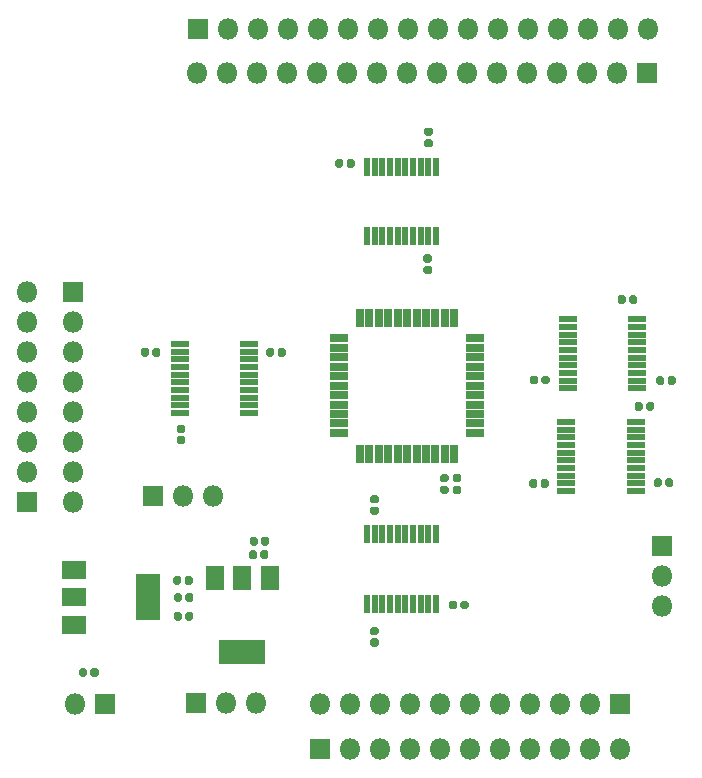
<source format=gbr>
%TF.GenerationSoftware,KiCad,Pcbnew,(5.1.6)-1*%
%TF.CreationDate,2020-09-22T22:19:13+03:00*%
%TF.ProjectId,Z80_devboard,5a38305f-6465-4766-926f-6172642e6b69,rev?*%
%TF.SameCoordinates,Original*%
%TF.FileFunction,Soldermask,Top*%
%TF.FilePolarity,Negative*%
%FSLAX46Y46*%
G04 Gerber Fmt 4.6, Leading zero omitted, Abs format (unit mm)*
G04 Created by KiCad (PCBNEW (5.1.6)-1) date 2020-09-22 22:19:13*
%MOMM*%
%LPD*%
G01*
G04 APERTURE LIST*
%ADD10O,1.800000X1.800000*%
%ADD11R,1.800000X1.800000*%
%ADD12R,1.600000X2.100000*%
%ADD13R,3.900000X2.100000*%
%ADD14R,2.100000X1.600000*%
%ADD15R,2.100000X3.900000*%
%ADD16R,1.575000X0.550000*%
%ADD17R,0.550000X1.575000*%
%ADD18R,0.700000X1.600000*%
%ADD19R,1.600000X0.700000*%
G04 APERTURE END LIST*
D10*
%TO.C,J10*%
X128460500Y-115811300D03*
X125920500Y-115811300D03*
X123380500Y-115811300D03*
X120840500Y-115811300D03*
X118300500Y-115811300D03*
X115760500Y-115811300D03*
X113220500Y-115811300D03*
X110680500Y-115811300D03*
X108140500Y-115811300D03*
X105600500Y-115811300D03*
D11*
X103060500Y-115811300D03*
%TD*%
D10*
%TO.C,J9*%
X130822700Y-54889400D03*
X128282700Y-54889400D03*
X125742700Y-54889400D03*
X123202700Y-54889400D03*
X120662700Y-54889400D03*
X118122700Y-54889400D03*
X115582700Y-54889400D03*
X113042700Y-54889400D03*
X110502700Y-54889400D03*
X107962700Y-54889400D03*
X105422700Y-54889400D03*
X102882700Y-54889400D03*
X100342700Y-54889400D03*
X97802700Y-54889400D03*
X95262700Y-54889400D03*
D11*
X92722700Y-54889400D03*
%TD*%
D10*
%TO.C,J8*%
X78308200Y-77127100D03*
X78308200Y-79667100D03*
X78308200Y-82207100D03*
X78308200Y-84747100D03*
X78308200Y-87287100D03*
X78308200Y-89827100D03*
X78308200Y-92367100D03*
D11*
X78308200Y-94907100D03*
%TD*%
%TO.C,R7*%
G36*
G01*
X128965800Y-77577300D02*
X128965800Y-77972300D01*
G75*
G02*
X128793300Y-78144800I-172500J0D01*
G01*
X128448300Y-78144800D01*
G75*
G02*
X128275800Y-77972300I0J172500D01*
G01*
X128275800Y-77577300D01*
G75*
G02*
X128448300Y-77404800I172500J0D01*
G01*
X128793300Y-77404800D01*
G75*
G02*
X128965800Y-77577300I0J-172500D01*
G01*
G37*
G36*
G01*
X129935800Y-77577300D02*
X129935800Y-77972300D01*
G75*
G02*
X129763300Y-78144800I-172500J0D01*
G01*
X129418300Y-78144800D01*
G75*
G02*
X129245800Y-77972300I0J172500D01*
G01*
X129245800Y-77577300D01*
G75*
G02*
X129418300Y-77404800I172500J0D01*
G01*
X129763300Y-77404800D01*
G75*
G02*
X129935800Y-77577300I0J-172500D01*
G01*
G37*
%TD*%
%TO.C,R6*%
G36*
G01*
X130696000Y-87014700D02*
X130696000Y-86619700D01*
G75*
G02*
X130868500Y-86447200I172500J0D01*
G01*
X131213500Y-86447200D01*
G75*
G02*
X131386000Y-86619700I0J-172500D01*
G01*
X131386000Y-87014700D01*
G75*
G02*
X131213500Y-87187200I-172500J0D01*
G01*
X130868500Y-87187200D01*
G75*
G02*
X130696000Y-87014700I0J172500D01*
G01*
G37*
G36*
G01*
X129726000Y-87014700D02*
X129726000Y-86619700D01*
G75*
G02*
X129898500Y-86447200I172500J0D01*
G01*
X130243500Y-86447200D01*
G75*
G02*
X130416000Y-86619700I0J-172500D01*
G01*
X130416000Y-87014700D01*
G75*
G02*
X130243500Y-87187200I-172500J0D01*
G01*
X129898500Y-87187200D01*
G75*
G02*
X129726000Y-87014700I0J172500D01*
G01*
G37*
%TD*%
%TO.C,R5*%
G36*
G01*
X105056500Y-66033000D02*
X105056500Y-66428000D01*
G75*
G02*
X104884000Y-66600500I-172500J0D01*
G01*
X104539000Y-66600500D01*
G75*
G02*
X104366500Y-66428000I0J172500D01*
G01*
X104366500Y-66033000D01*
G75*
G02*
X104539000Y-65860500I172500J0D01*
G01*
X104884000Y-65860500D01*
G75*
G02*
X105056500Y-66033000I0J-172500D01*
G01*
G37*
G36*
G01*
X106026500Y-66033000D02*
X106026500Y-66428000D01*
G75*
G02*
X105854000Y-66600500I-172500J0D01*
G01*
X105509000Y-66600500D01*
G75*
G02*
X105336500Y-66428000I0J172500D01*
G01*
X105336500Y-66033000D01*
G75*
G02*
X105509000Y-65860500I172500J0D01*
G01*
X105854000Y-65860500D01*
G75*
G02*
X106026500Y-66033000I0J-172500D01*
G01*
G37*
%TD*%
%TO.C,R4*%
G36*
G01*
X114971000Y-103829500D02*
X114971000Y-103434500D01*
G75*
G02*
X115143500Y-103262000I172500J0D01*
G01*
X115488500Y-103262000D01*
G75*
G02*
X115661000Y-103434500I0J-172500D01*
G01*
X115661000Y-103829500D01*
G75*
G02*
X115488500Y-104002000I-172500J0D01*
G01*
X115143500Y-104002000D01*
G75*
G02*
X114971000Y-103829500I0J172500D01*
G01*
G37*
G36*
G01*
X114001000Y-103829500D02*
X114001000Y-103434500D01*
G75*
G02*
X114173500Y-103262000I172500J0D01*
G01*
X114518500Y-103262000D01*
G75*
G02*
X114691000Y-103434500I0J-172500D01*
G01*
X114691000Y-103829500D01*
G75*
G02*
X114518500Y-104002000I-172500J0D01*
G01*
X114173500Y-104002000D01*
G75*
G02*
X114001000Y-103829500I0J172500D01*
G01*
G37*
%TD*%
D10*
%TO.C,J7*%
X132080000Y-103759000D03*
X132080000Y-101219000D03*
D11*
X132080000Y-98679000D03*
%TD*%
D10*
%TO.C,J6*%
X97663000Y-111950500D03*
X95123000Y-111950500D03*
D11*
X92583000Y-111950500D03*
%TD*%
D10*
%TO.C,J5*%
X94043500Y-94424500D03*
X91503500Y-94424500D03*
D11*
X88963500Y-94424500D03*
%TD*%
D12*
%TO.C,U2*%
X98820000Y-101307500D03*
X94220000Y-101307500D03*
X96520000Y-101307500D03*
D13*
X96520000Y-107607500D03*
%TD*%
D14*
%TO.C,U1*%
X82257500Y-100697000D03*
X82257500Y-105297000D03*
X82257500Y-102997000D03*
D15*
X88557500Y-102997000D03*
%TD*%
D10*
%TO.C,J4*%
X82359500Y-112014000D03*
D11*
X84899500Y-112014000D03*
%TD*%
%TO.C,C16*%
G36*
G01*
X98097500Y-98432000D02*
X98097500Y-98037000D01*
G75*
G02*
X98270000Y-97864500I172500J0D01*
G01*
X98615000Y-97864500D01*
G75*
G02*
X98787500Y-98037000I0J-172500D01*
G01*
X98787500Y-98432000D01*
G75*
G02*
X98615000Y-98604500I-172500J0D01*
G01*
X98270000Y-98604500D01*
G75*
G02*
X98097500Y-98432000I0J172500D01*
G01*
G37*
G36*
G01*
X97127500Y-98432000D02*
X97127500Y-98037000D01*
G75*
G02*
X97300000Y-97864500I172500J0D01*
G01*
X97645000Y-97864500D01*
G75*
G02*
X97817500Y-98037000I0J-172500D01*
G01*
X97817500Y-98432000D01*
G75*
G02*
X97645000Y-98604500I-172500J0D01*
G01*
X97300000Y-98604500D01*
G75*
G02*
X97127500Y-98432000I0J172500D01*
G01*
G37*
%TD*%
%TO.C,C15*%
G36*
G01*
X98034000Y-99575000D02*
X98034000Y-99180000D01*
G75*
G02*
X98206500Y-99007500I172500J0D01*
G01*
X98551500Y-99007500D01*
G75*
G02*
X98724000Y-99180000I0J-172500D01*
G01*
X98724000Y-99575000D01*
G75*
G02*
X98551500Y-99747500I-172500J0D01*
G01*
X98206500Y-99747500D01*
G75*
G02*
X98034000Y-99575000I0J172500D01*
G01*
G37*
G36*
G01*
X97064000Y-99575000D02*
X97064000Y-99180000D01*
G75*
G02*
X97236500Y-99007500I172500J0D01*
G01*
X97581500Y-99007500D01*
G75*
G02*
X97754000Y-99180000I0J-172500D01*
G01*
X97754000Y-99575000D01*
G75*
G02*
X97581500Y-99747500I-172500J0D01*
G01*
X97236500Y-99747500D01*
G75*
G02*
X97064000Y-99575000I0J172500D01*
G01*
G37*
%TD*%
%TO.C,C14*%
G36*
G01*
X91666500Y-104782000D02*
X91666500Y-104387000D01*
G75*
G02*
X91839000Y-104214500I172500J0D01*
G01*
X92184000Y-104214500D01*
G75*
G02*
X92356500Y-104387000I0J-172500D01*
G01*
X92356500Y-104782000D01*
G75*
G02*
X92184000Y-104954500I-172500J0D01*
G01*
X91839000Y-104954500D01*
G75*
G02*
X91666500Y-104782000I0J172500D01*
G01*
G37*
G36*
G01*
X90696500Y-104782000D02*
X90696500Y-104387000D01*
G75*
G02*
X90869000Y-104214500I172500J0D01*
G01*
X91214000Y-104214500D01*
G75*
G02*
X91386500Y-104387000I0J-172500D01*
G01*
X91386500Y-104782000D01*
G75*
G02*
X91214000Y-104954500I-172500J0D01*
G01*
X90869000Y-104954500D01*
G75*
G02*
X90696500Y-104782000I0J172500D01*
G01*
G37*
%TD*%
%TO.C,C13*%
G36*
G01*
X91684000Y-103194500D02*
X91684000Y-102799500D01*
G75*
G02*
X91856500Y-102627000I172500J0D01*
G01*
X92201500Y-102627000D01*
G75*
G02*
X92374000Y-102799500I0J-172500D01*
G01*
X92374000Y-103194500D01*
G75*
G02*
X92201500Y-103367000I-172500J0D01*
G01*
X91856500Y-103367000D01*
G75*
G02*
X91684000Y-103194500I0J172500D01*
G01*
G37*
G36*
G01*
X90714000Y-103194500D02*
X90714000Y-102799500D01*
G75*
G02*
X90886500Y-102627000I172500J0D01*
G01*
X91231500Y-102627000D01*
G75*
G02*
X91404000Y-102799500I0J-172500D01*
G01*
X91404000Y-103194500D01*
G75*
G02*
X91231500Y-103367000I-172500J0D01*
G01*
X90886500Y-103367000D01*
G75*
G02*
X90714000Y-103194500I0J172500D01*
G01*
G37*
%TD*%
%TO.C,C12*%
G36*
G01*
X91620500Y-101734000D02*
X91620500Y-101339000D01*
G75*
G02*
X91793000Y-101166500I172500J0D01*
G01*
X92138000Y-101166500D01*
G75*
G02*
X92310500Y-101339000I0J-172500D01*
G01*
X92310500Y-101734000D01*
G75*
G02*
X92138000Y-101906500I-172500J0D01*
G01*
X91793000Y-101906500D01*
G75*
G02*
X91620500Y-101734000I0J172500D01*
G01*
G37*
G36*
G01*
X90650500Y-101734000D02*
X90650500Y-101339000D01*
G75*
G02*
X90823000Y-101166500I172500J0D01*
G01*
X91168000Y-101166500D01*
G75*
G02*
X91340500Y-101339000I0J-172500D01*
G01*
X91340500Y-101734000D01*
G75*
G02*
X91168000Y-101906500I-172500J0D01*
G01*
X90823000Y-101906500D01*
G75*
G02*
X90650500Y-101734000I0J172500D01*
G01*
G37*
%TD*%
%TO.C,C11*%
G36*
G01*
X83642500Y-109544500D02*
X83642500Y-109149500D01*
G75*
G02*
X83815000Y-108977000I172500J0D01*
G01*
X84160000Y-108977000D01*
G75*
G02*
X84332500Y-109149500I0J-172500D01*
G01*
X84332500Y-109544500D01*
G75*
G02*
X84160000Y-109717000I-172500J0D01*
G01*
X83815000Y-109717000D01*
G75*
G02*
X83642500Y-109544500I0J172500D01*
G01*
G37*
G36*
G01*
X82672500Y-109544500D02*
X82672500Y-109149500D01*
G75*
G02*
X82845000Y-108977000I172500J0D01*
G01*
X83190000Y-108977000D01*
G75*
G02*
X83362500Y-109149500I0J-172500D01*
G01*
X83362500Y-109544500D01*
G75*
G02*
X83190000Y-109717000I-172500J0D01*
G01*
X82845000Y-109717000D01*
G75*
G02*
X82672500Y-109544500I0J172500D01*
G01*
G37*
%TD*%
D10*
%TO.C,J3*%
X103060500Y-112014000D03*
X105600500Y-112014000D03*
X108140500Y-112014000D03*
X110680500Y-112014000D03*
X113220500Y-112014000D03*
X115760500Y-112014000D03*
X118300500Y-112014000D03*
X120840500Y-112014000D03*
X123380500Y-112014000D03*
X125920500Y-112014000D03*
D11*
X128460500Y-112014000D03*
%TD*%
D10*
%TO.C,J2*%
X92710000Y-58610500D03*
X95250000Y-58610500D03*
X97790000Y-58610500D03*
X100330000Y-58610500D03*
X102870000Y-58610500D03*
X105410000Y-58610500D03*
X107950000Y-58610500D03*
X110490000Y-58610500D03*
X113030000Y-58610500D03*
X115570000Y-58610500D03*
X118110000Y-58610500D03*
X120650000Y-58610500D03*
X123190000Y-58610500D03*
X125730000Y-58610500D03*
X128270000Y-58610500D03*
D11*
X130810000Y-58610500D03*
%TD*%
D10*
%TO.C,J1*%
X82169000Y-94932500D03*
X82169000Y-92392500D03*
X82169000Y-89852500D03*
X82169000Y-87312500D03*
X82169000Y-84772500D03*
X82169000Y-82232500D03*
X82169000Y-79692500D03*
D11*
X82169000Y-77152500D03*
%TD*%
%TO.C,R3*%
G36*
G01*
X91115500Y-89334500D02*
X91510500Y-89334500D01*
G75*
G02*
X91683000Y-89507000I0J-172500D01*
G01*
X91683000Y-89852000D01*
G75*
G02*
X91510500Y-90024500I-172500J0D01*
G01*
X91115500Y-90024500D01*
G75*
G02*
X90943000Y-89852000I0J172500D01*
G01*
X90943000Y-89507000D01*
G75*
G02*
X91115500Y-89334500I172500J0D01*
G01*
G37*
G36*
G01*
X91115500Y-88364500D02*
X91510500Y-88364500D01*
G75*
G02*
X91683000Y-88537000I0J-172500D01*
G01*
X91683000Y-88882000D01*
G75*
G02*
X91510500Y-89054500I-172500J0D01*
G01*
X91115500Y-89054500D01*
G75*
G02*
X90943000Y-88882000I0J172500D01*
G01*
X90943000Y-88537000D01*
G75*
G02*
X91115500Y-88364500I172500J0D01*
G01*
G37*
%TD*%
%TO.C,R2*%
G36*
G01*
X113799000Y-93245500D02*
X113404000Y-93245500D01*
G75*
G02*
X113231500Y-93073000I0J172500D01*
G01*
X113231500Y-92728000D01*
G75*
G02*
X113404000Y-92555500I172500J0D01*
G01*
X113799000Y-92555500D01*
G75*
G02*
X113971500Y-92728000I0J-172500D01*
G01*
X113971500Y-93073000D01*
G75*
G02*
X113799000Y-93245500I-172500J0D01*
G01*
G37*
G36*
G01*
X113799000Y-94215500D02*
X113404000Y-94215500D01*
G75*
G02*
X113231500Y-94043000I0J172500D01*
G01*
X113231500Y-93698000D01*
G75*
G02*
X113404000Y-93525500I172500J0D01*
G01*
X113799000Y-93525500D01*
G75*
G02*
X113971500Y-93698000I0J-172500D01*
G01*
X113971500Y-94043000D01*
G75*
G02*
X113799000Y-94215500I-172500J0D01*
G01*
G37*
%TD*%
%TO.C,R1*%
G36*
G01*
X114878500Y-93245500D02*
X114483500Y-93245500D01*
G75*
G02*
X114311000Y-93073000I0J172500D01*
G01*
X114311000Y-92728000D01*
G75*
G02*
X114483500Y-92555500I172500J0D01*
G01*
X114878500Y-92555500D01*
G75*
G02*
X115051000Y-92728000I0J-172500D01*
G01*
X115051000Y-93073000D01*
G75*
G02*
X114878500Y-93245500I-172500J0D01*
G01*
G37*
G36*
G01*
X114878500Y-94215500D02*
X114483500Y-94215500D01*
G75*
G02*
X114311000Y-94043000I0J172500D01*
G01*
X114311000Y-93698000D01*
G75*
G02*
X114483500Y-93525500I172500J0D01*
G01*
X114878500Y-93525500D01*
G75*
G02*
X115051000Y-93698000I0J-172500D01*
G01*
X115051000Y-94043000D01*
G75*
G02*
X114878500Y-94215500I-172500J0D01*
G01*
G37*
%TD*%
D16*
%TO.C,IC6*%
X123935000Y-93984000D03*
X123935000Y-93334000D03*
X123935000Y-92684000D03*
X123935000Y-92034000D03*
X123935000Y-91384000D03*
X123935000Y-90734000D03*
X123935000Y-90084000D03*
X123935000Y-89434000D03*
X123935000Y-88784000D03*
X123935000Y-88134000D03*
X129811000Y-88134000D03*
X129811000Y-88784000D03*
X129811000Y-89434000D03*
X129811000Y-90084000D03*
X129811000Y-90734000D03*
X129811000Y-91384000D03*
X129811000Y-92034000D03*
X129811000Y-92684000D03*
X129811000Y-93334000D03*
X129811000Y-93984000D03*
%TD*%
D17*
%TO.C,IC5*%
X107057000Y-97646000D03*
X107707000Y-97646000D03*
X108357000Y-97646000D03*
X109007000Y-97646000D03*
X109657000Y-97646000D03*
X110307000Y-97646000D03*
X110957000Y-97646000D03*
X111607000Y-97646000D03*
X112257000Y-97646000D03*
X112907000Y-97646000D03*
X112907000Y-103522000D03*
X112257000Y-103522000D03*
X111607000Y-103522000D03*
X110957000Y-103522000D03*
X110307000Y-103522000D03*
X109657000Y-103522000D03*
X109007000Y-103522000D03*
X108357000Y-103522000D03*
X107707000Y-103522000D03*
X107057000Y-103522000D03*
%TD*%
%TO.C,IC4*%
X112907000Y-72407000D03*
X112257000Y-72407000D03*
X111607000Y-72407000D03*
X110957000Y-72407000D03*
X110307000Y-72407000D03*
X109657000Y-72407000D03*
X109007000Y-72407000D03*
X108357000Y-72407000D03*
X107707000Y-72407000D03*
X107057000Y-72407000D03*
X107057000Y-66531000D03*
X107707000Y-66531000D03*
X108357000Y-66531000D03*
X109007000Y-66531000D03*
X109657000Y-66531000D03*
X110307000Y-66531000D03*
X110957000Y-66531000D03*
X111607000Y-66531000D03*
X112257000Y-66531000D03*
X112907000Y-66531000D03*
%TD*%
D16*
%TO.C,IC3*%
X124062000Y-85284500D03*
X124062000Y-84634500D03*
X124062000Y-83984500D03*
X124062000Y-83334500D03*
X124062000Y-82684500D03*
X124062000Y-82034500D03*
X124062000Y-81384500D03*
X124062000Y-80734500D03*
X124062000Y-80084500D03*
X124062000Y-79434500D03*
X129938000Y-79434500D03*
X129938000Y-80084500D03*
X129938000Y-80734500D03*
X129938000Y-81384500D03*
X129938000Y-82034500D03*
X129938000Y-82684500D03*
X129938000Y-83334500D03*
X129938000Y-83984500D03*
X129938000Y-84634500D03*
X129938000Y-85284500D03*
%TD*%
%TO.C,IC2*%
X97108500Y-81530000D03*
X97108500Y-82180000D03*
X97108500Y-82830000D03*
X97108500Y-83480000D03*
X97108500Y-84130000D03*
X97108500Y-84780000D03*
X97108500Y-85430000D03*
X97108500Y-86080000D03*
X97108500Y-86730000D03*
X97108500Y-87380000D03*
X91232500Y-87380000D03*
X91232500Y-86730000D03*
X91232500Y-86080000D03*
X91232500Y-85430000D03*
X91232500Y-84780000D03*
X91232500Y-84130000D03*
X91232500Y-83480000D03*
X91232500Y-82830000D03*
X91232500Y-82180000D03*
X91232500Y-81530000D03*
%TD*%
D18*
%TO.C,IC1*%
X106459000Y-79313000D03*
X107259000Y-79313000D03*
X108059000Y-79313000D03*
X108859000Y-79313000D03*
X109659000Y-79313000D03*
X110459000Y-79313000D03*
X111259000Y-79313000D03*
X112059000Y-79313000D03*
X112859000Y-79313000D03*
X113659000Y-79313000D03*
X114459000Y-79313000D03*
D19*
X116209000Y-81063000D03*
X116209000Y-81863000D03*
X116209000Y-82663000D03*
X116209000Y-83463000D03*
X116209000Y-84263000D03*
X116209000Y-85063000D03*
X116209000Y-85863000D03*
X116209000Y-86663000D03*
X116209000Y-87463000D03*
X116209000Y-88263000D03*
X116209000Y-89063000D03*
D18*
X114459000Y-90813000D03*
X113659000Y-90813000D03*
X112859000Y-90813000D03*
X112059000Y-90813000D03*
X111259000Y-90813000D03*
X110459000Y-90813000D03*
X109659000Y-90813000D03*
X108859000Y-90813000D03*
X108059000Y-90813000D03*
X107259000Y-90813000D03*
X106459000Y-90813000D03*
D19*
X104709000Y-89063000D03*
X104709000Y-88263000D03*
X104709000Y-87463000D03*
X104709000Y-86663000D03*
X104709000Y-85863000D03*
X104709000Y-85063000D03*
X104709000Y-84263000D03*
X104709000Y-83463000D03*
X104709000Y-82663000D03*
X104709000Y-81863000D03*
X104709000Y-81063000D03*
%TD*%
%TO.C,C10*%
G36*
G01*
X132514500Y-84843000D02*
X132514500Y-84448000D01*
G75*
G02*
X132687000Y-84275500I172500J0D01*
G01*
X133032000Y-84275500D01*
G75*
G02*
X133204500Y-84448000I0J-172500D01*
G01*
X133204500Y-84843000D01*
G75*
G02*
X133032000Y-85015500I-172500J0D01*
G01*
X132687000Y-85015500D01*
G75*
G02*
X132514500Y-84843000I0J172500D01*
G01*
G37*
G36*
G01*
X131544500Y-84843000D02*
X131544500Y-84448000D01*
G75*
G02*
X131717000Y-84275500I172500J0D01*
G01*
X132062000Y-84275500D01*
G75*
G02*
X132234500Y-84448000I0J-172500D01*
G01*
X132234500Y-84843000D01*
G75*
G02*
X132062000Y-85015500I-172500J0D01*
G01*
X131717000Y-85015500D01*
G75*
G02*
X131544500Y-84843000I0J172500D01*
G01*
G37*
%TD*%
%TO.C,C9*%
G36*
G01*
X107498500Y-106462000D02*
X107893500Y-106462000D01*
G75*
G02*
X108066000Y-106634500I0J-172500D01*
G01*
X108066000Y-106979500D01*
G75*
G02*
X107893500Y-107152000I-172500J0D01*
G01*
X107498500Y-107152000D01*
G75*
G02*
X107326000Y-106979500I0J172500D01*
G01*
X107326000Y-106634500D01*
G75*
G02*
X107498500Y-106462000I172500J0D01*
G01*
G37*
G36*
G01*
X107498500Y-105492000D02*
X107893500Y-105492000D01*
G75*
G02*
X108066000Y-105664500I0J-172500D01*
G01*
X108066000Y-106009500D01*
G75*
G02*
X107893500Y-106182000I-172500J0D01*
G01*
X107498500Y-106182000D01*
G75*
G02*
X107326000Y-106009500I0J172500D01*
G01*
X107326000Y-105664500D01*
G75*
G02*
X107498500Y-105492000I172500J0D01*
G01*
G37*
%TD*%
%TO.C,C8*%
G36*
G01*
X132306500Y-93479000D02*
X132306500Y-93084000D01*
G75*
G02*
X132479000Y-92911500I172500J0D01*
G01*
X132824000Y-92911500D01*
G75*
G02*
X132996500Y-93084000I0J-172500D01*
G01*
X132996500Y-93479000D01*
G75*
G02*
X132824000Y-93651500I-172500J0D01*
G01*
X132479000Y-93651500D01*
G75*
G02*
X132306500Y-93479000I0J172500D01*
G01*
G37*
G36*
G01*
X131336500Y-93479000D02*
X131336500Y-93084000D01*
G75*
G02*
X131509000Y-92911500I172500J0D01*
G01*
X131854000Y-92911500D01*
G75*
G02*
X132026500Y-93084000I0J-172500D01*
G01*
X132026500Y-93479000D01*
G75*
G02*
X131854000Y-93651500I-172500J0D01*
G01*
X131509000Y-93651500D01*
G75*
G02*
X131336500Y-93479000I0J172500D01*
G01*
G37*
%TD*%
%TO.C,C7*%
G36*
G01*
X112465500Y-63908500D02*
X112070500Y-63908500D01*
G75*
G02*
X111898000Y-63736000I0J172500D01*
G01*
X111898000Y-63391000D01*
G75*
G02*
X112070500Y-63218500I172500J0D01*
G01*
X112465500Y-63218500D01*
G75*
G02*
X112638000Y-63391000I0J-172500D01*
G01*
X112638000Y-63736000D01*
G75*
G02*
X112465500Y-63908500I-172500J0D01*
G01*
G37*
G36*
G01*
X112465500Y-64878500D02*
X112070500Y-64878500D01*
G75*
G02*
X111898000Y-64706000I0J172500D01*
G01*
X111898000Y-64361000D01*
G75*
G02*
X112070500Y-64188500I172500J0D01*
G01*
X112465500Y-64188500D01*
G75*
G02*
X112638000Y-64361000I0J-172500D01*
G01*
X112638000Y-64706000D01*
G75*
G02*
X112465500Y-64878500I-172500J0D01*
G01*
G37*
%TD*%
%TO.C,C6*%
G36*
G01*
X88610000Y-82035000D02*
X88610000Y-82430000D01*
G75*
G02*
X88437500Y-82602500I-172500J0D01*
G01*
X88092500Y-82602500D01*
G75*
G02*
X87920000Y-82430000I0J172500D01*
G01*
X87920000Y-82035000D01*
G75*
G02*
X88092500Y-81862500I172500J0D01*
G01*
X88437500Y-81862500D01*
G75*
G02*
X88610000Y-82035000I0J-172500D01*
G01*
G37*
G36*
G01*
X89580000Y-82035000D02*
X89580000Y-82430000D01*
G75*
G02*
X89407500Y-82602500I-172500J0D01*
G01*
X89062500Y-82602500D01*
G75*
G02*
X88890000Y-82430000I0J172500D01*
G01*
X88890000Y-82035000D01*
G75*
G02*
X89062500Y-81862500I172500J0D01*
G01*
X89407500Y-81862500D01*
G75*
G02*
X89580000Y-82035000I0J-172500D01*
G01*
G37*
%TD*%
%TO.C,C5*%
G36*
G01*
X107893500Y-95023500D02*
X107498500Y-95023500D01*
G75*
G02*
X107326000Y-94851000I0J172500D01*
G01*
X107326000Y-94506000D01*
G75*
G02*
X107498500Y-94333500I172500J0D01*
G01*
X107893500Y-94333500D01*
G75*
G02*
X108066000Y-94506000I0J-172500D01*
G01*
X108066000Y-94851000D01*
G75*
G02*
X107893500Y-95023500I-172500J0D01*
G01*
G37*
G36*
G01*
X107893500Y-95993500D02*
X107498500Y-95993500D01*
G75*
G02*
X107326000Y-95821000I0J172500D01*
G01*
X107326000Y-95476000D01*
G75*
G02*
X107498500Y-95303500I172500J0D01*
G01*
X107893500Y-95303500D01*
G75*
G02*
X108066000Y-95476000I0J-172500D01*
G01*
X108066000Y-95821000D01*
G75*
G02*
X107893500Y-95993500I-172500J0D01*
G01*
G37*
%TD*%
%TO.C,C4*%
G36*
G01*
X112007000Y-74920000D02*
X112402000Y-74920000D01*
G75*
G02*
X112574500Y-75092500I0J-172500D01*
G01*
X112574500Y-75437500D01*
G75*
G02*
X112402000Y-75610000I-172500J0D01*
G01*
X112007000Y-75610000D01*
G75*
G02*
X111834500Y-75437500I0J172500D01*
G01*
X111834500Y-75092500D01*
G75*
G02*
X112007000Y-74920000I172500J0D01*
G01*
G37*
G36*
G01*
X112007000Y-73950000D02*
X112402000Y-73950000D01*
G75*
G02*
X112574500Y-74122500I0J-172500D01*
G01*
X112574500Y-74467500D01*
G75*
G02*
X112402000Y-74640000I-172500J0D01*
G01*
X112007000Y-74640000D01*
G75*
G02*
X111834500Y-74467500I0J172500D01*
G01*
X111834500Y-74122500D01*
G75*
G02*
X112007000Y-73950000I172500J0D01*
G01*
G37*
%TD*%
%TO.C,C3*%
G36*
G01*
X121549000Y-84384500D02*
X121549000Y-84779500D01*
G75*
G02*
X121376500Y-84952000I-172500J0D01*
G01*
X121031500Y-84952000D01*
G75*
G02*
X120859000Y-84779500I0J172500D01*
G01*
X120859000Y-84384500D01*
G75*
G02*
X121031500Y-84212000I172500J0D01*
G01*
X121376500Y-84212000D01*
G75*
G02*
X121549000Y-84384500I0J-172500D01*
G01*
G37*
G36*
G01*
X122519000Y-84384500D02*
X122519000Y-84779500D01*
G75*
G02*
X122346500Y-84952000I-172500J0D01*
G01*
X122001500Y-84952000D01*
G75*
G02*
X121829000Y-84779500I0J172500D01*
G01*
X121829000Y-84384500D01*
G75*
G02*
X122001500Y-84212000I172500J0D01*
G01*
X122346500Y-84212000D01*
G75*
G02*
X122519000Y-84384500I0J-172500D01*
G01*
G37*
%TD*%
%TO.C,C2*%
G36*
G01*
X99494500Y-82430000D02*
X99494500Y-82035000D01*
G75*
G02*
X99667000Y-81862500I172500J0D01*
G01*
X100012000Y-81862500D01*
G75*
G02*
X100184500Y-82035000I0J-172500D01*
G01*
X100184500Y-82430000D01*
G75*
G02*
X100012000Y-82602500I-172500J0D01*
G01*
X99667000Y-82602500D01*
G75*
G02*
X99494500Y-82430000I0J172500D01*
G01*
G37*
G36*
G01*
X98524500Y-82430000D02*
X98524500Y-82035000D01*
G75*
G02*
X98697000Y-81862500I172500J0D01*
G01*
X99042000Y-81862500D01*
G75*
G02*
X99214500Y-82035000I0J-172500D01*
G01*
X99214500Y-82430000D01*
G75*
G02*
X99042000Y-82602500I-172500J0D01*
G01*
X98697000Y-82602500D01*
G75*
G02*
X98524500Y-82430000I0J172500D01*
G01*
G37*
%TD*%
%TO.C,C1*%
G36*
G01*
X121485500Y-93147500D02*
X121485500Y-93542500D01*
G75*
G02*
X121313000Y-93715000I-172500J0D01*
G01*
X120968000Y-93715000D01*
G75*
G02*
X120795500Y-93542500I0J172500D01*
G01*
X120795500Y-93147500D01*
G75*
G02*
X120968000Y-92975000I172500J0D01*
G01*
X121313000Y-92975000D01*
G75*
G02*
X121485500Y-93147500I0J-172500D01*
G01*
G37*
G36*
G01*
X122455500Y-93147500D02*
X122455500Y-93542500D01*
G75*
G02*
X122283000Y-93715000I-172500J0D01*
G01*
X121938000Y-93715000D01*
G75*
G02*
X121765500Y-93542500I0J172500D01*
G01*
X121765500Y-93147500D01*
G75*
G02*
X121938000Y-92975000I172500J0D01*
G01*
X122283000Y-92975000D01*
G75*
G02*
X122455500Y-93147500I0J-172500D01*
G01*
G37*
%TD*%
M02*

</source>
